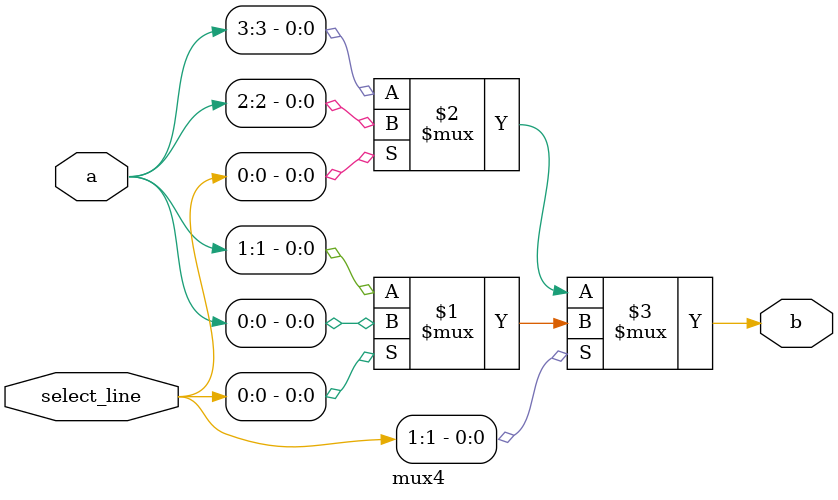
<source format=v>

module mux4(
input [3:0]a,
input [1:0]select_line, 
output b);

	// conditional statement for 3 statements

	assign b = select_line[1] ? (select_line[0] ? a[0] : a[1]) : (select_line[0] ? a[2] : a[3]);

endmodule


/*  other methods

wire s0,s1,s2,s3;
	 // assigning selection line combinations

	assign s0 = ~select_line[1] & ~select_line[0];
	assign s1 = ~select_line[1] &  select_line[0];
	assign s2 = select_line[1] & ~select_line[0];
	assign s3 = select_line[1] & select_line[0];

	assign b = (s0 & a[3]) | (s1 & a[2]) | (s2 & a[1]) | (s3 & a[0]); // Boolean expression

	// OR by conditional operator (nested)
 
	 assign b = select_line == 2'b00 ? a[3] :
		      select_line == 2'b01 ? a[2] :      
		      select_line == 2'b10 ? a[1] : a[0];
							*/

</source>
